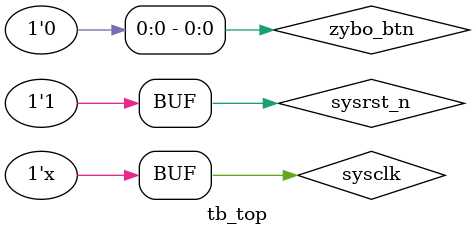
<source format=v>
`timescale 1ns / 1ns
`default_nettype none
module tb_top ();
     parameter SYSCLK = 125000000;

     reg            sysclk   = 1'b0;
     reg            sysrst_n = 1'b1;

     // IO
     wire           lcd_wr;
     wire           lcd_rs;
     wire           lcd_cs_n;
     wire           lcd_rst_n;
     wire [15: 0]   lcd_data;

     wire [ 3: 0]   zybo_btn;
     wire [ 3: 0]   zybo_sw;

     // sysclk
     always #(500000000 / SYSCLK) begin
          sysclk <= ~sysclk;
     end

     // sysrst_n
     initial begin
          sysrst_n = 1'b1;
          #1000;
          sysrst_n = 1'b0;
          #1000;
          sysrst_n = 1'b1;
     end

     // sharp brain source lcd model
     tb_brain_lcd u_tb_brain_lcd (
          .o_lcd_wr(lcd_wr),
          .o_lcd_rs(lcd_rs),
          .o_lcd_cs_n(lcd_cs_n),
          .o_lcd_rst_n(lcd_rst_n),
          .o_lcd_data(lcd_data)
     );

     // DUT
     top u_dut (
          .i_mclk_125m(sysclk),

          .i_lcd_wr(lcd_wr),
          .i_lcd_rs(lcd_rs),
          .i_lcd_cs_n(lcd_cs_n),
          .i_lcd_rst_n(lcd_rst_n),
          .i_lcd_data(lcd_data),

          .i_zybo_z2_btn(zybo_btn),
          .i_zybo_z2_sw(zybo_sw),
          .o_zybo_z2_led(),

          .o_dvi_clk_p(),
          .o_dvi_clk_n(),
          .o_dvi_data_p(),
          .o_dvi_data_n()
     );

     assign zybo_btn[0] = ~sysrst_n;

endmodule
`default_nettype wire

</source>
